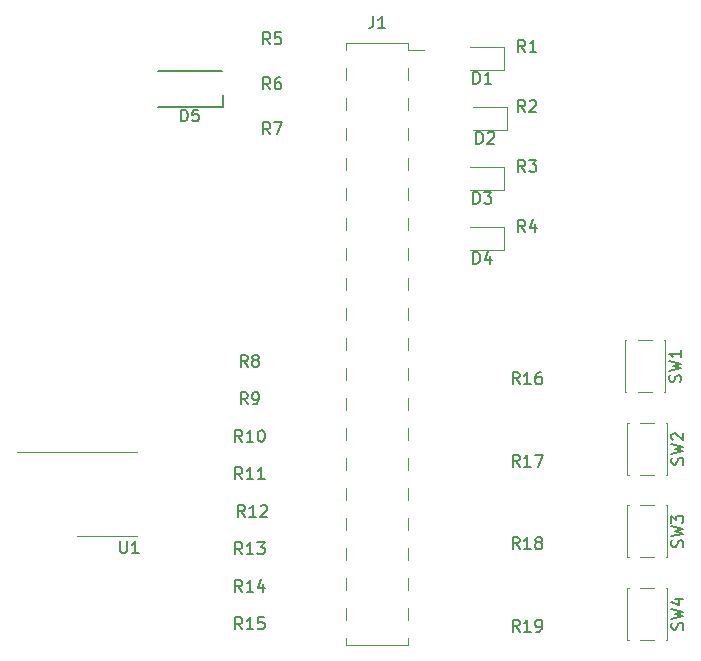
<source format=gbr>
%TF.GenerationSoftware,KiCad,Pcbnew,(5.1.9)-1*%
%TF.CreationDate,2021-01-13T23:08:58-08:00*%
%TF.ProjectId,lab-1,6c61622d-312e-46b6-9963-61645f706362,rev?*%
%TF.SameCoordinates,Original*%
%TF.FileFunction,Legend,Top*%
%TF.FilePolarity,Positive*%
%FSLAX46Y46*%
G04 Gerber Fmt 4.6, Leading zero omitted, Abs format (unit mm)*
G04 Created by KiCad (PCBNEW (5.1.9)-1) date 2021-01-13 23:08:58*
%MOMM*%
%LPD*%
G01*
G04 APERTURE LIST*
%ADD10C,0.120000*%
%ADD11C,0.150000*%
G04 APERTURE END LIST*
D10*
%TO.C,D1*%
X119970000Y-77780000D02*
X117110000Y-77780000D01*
X119970000Y-79700000D02*
X119970000Y-77780000D01*
X117110000Y-79700000D02*
X119970000Y-79700000D01*
%TO.C,D2*%
X117355000Y-84780000D02*
X120215000Y-84780000D01*
X120215000Y-84780000D02*
X120215000Y-82860000D01*
X120215000Y-82860000D02*
X117355000Y-82860000D01*
%TO.C,D3*%
X119970000Y-87940000D02*
X117110000Y-87940000D01*
X119970000Y-89860000D02*
X119970000Y-87940000D01*
X117110000Y-89860000D02*
X119970000Y-89860000D01*
%TO.C,D4*%
X117110000Y-94940000D02*
X119970000Y-94940000D01*
X119970000Y-94940000D02*
X119970000Y-93020000D01*
X119970000Y-93020000D02*
X117110000Y-93020000D01*
D11*
%TO.C,D5*%
X90645000Y-79780000D02*
X96045000Y-79780000D01*
X90645000Y-82780000D02*
X96145000Y-82780000D01*
X96145000Y-81780000D02*
X96145000Y-82780000D01*
D10*
%TO.C,J1*%
X106620000Y-77410000D02*
X111820000Y-77410000D01*
X111820000Y-77410000D02*
X111820000Y-77980000D01*
X111820000Y-79500000D02*
X111820000Y-80520000D01*
X111820000Y-82040000D02*
X111820000Y-83060000D01*
X111820000Y-84580000D02*
X111820000Y-85600000D01*
X111820000Y-87120000D02*
X111820000Y-88140000D01*
X111820000Y-89660000D02*
X111820000Y-90680000D01*
X111820000Y-92200000D02*
X111820000Y-93220000D01*
X111820000Y-94740000D02*
X111820000Y-95760000D01*
X111820000Y-97280000D02*
X111820000Y-98300000D01*
X111820000Y-99820000D02*
X111820000Y-100840000D01*
X111820000Y-102360000D02*
X111820000Y-103380000D01*
X111820000Y-104900000D02*
X111820000Y-105920000D01*
X111820000Y-107440000D02*
X111820000Y-108460000D01*
X111820000Y-109980000D02*
X111820000Y-111000000D01*
X111820000Y-112520000D02*
X111820000Y-113540000D01*
X111820000Y-115060000D02*
X111820000Y-116080000D01*
X111820000Y-117600000D02*
X111820000Y-118620000D01*
X111820000Y-120140000D02*
X111820000Y-121160000D01*
X111820000Y-122680000D02*
X111820000Y-123700000D01*
X111820000Y-125220000D02*
X111820000Y-126240000D01*
X111820000Y-127760000D02*
X111820000Y-128330000D01*
X106620000Y-128330000D02*
X111820000Y-128330000D01*
X106620000Y-77410000D02*
X106620000Y-77980000D01*
X106620000Y-79500000D02*
X106620000Y-80520000D01*
X106620000Y-82040000D02*
X106620000Y-83060000D01*
X106620000Y-84580000D02*
X106620000Y-85600000D01*
X106620000Y-87120000D02*
X106620000Y-88140000D01*
X106620000Y-89660000D02*
X106620000Y-90680000D01*
X106620000Y-92200000D02*
X106620000Y-93220000D01*
X106620000Y-94740000D02*
X106620000Y-95760000D01*
X106620000Y-97280000D02*
X106620000Y-98300000D01*
X106620000Y-99820000D02*
X106620000Y-100840000D01*
X106620000Y-102360000D02*
X106620000Y-103380000D01*
X106620000Y-104900000D02*
X106620000Y-105920000D01*
X106620000Y-107440000D02*
X106620000Y-108460000D01*
X106620000Y-109980000D02*
X106620000Y-111000000D01*
X106620000Y-112520000D02*
X106620000Y-113540000D01*
X106620000Y-115060000D02*
X106620000Y-116080000D01*
X106620000Y-117600000D02*
X106620000Y-118620000D01*
X106620000Y-120140000D02*
X106620000Y-121160000D01*
X106620000Y-122680000D02*
X106620000Y-123700000D01*
X106620000Y-125220000D02*
X106620000Y-126240000D01*
X106620000Y-127760000D02*
X106620000Y-128330000D01*
X111820000Y-77980000D02*
X113180000Y-77980000D01*
%TO.C,SW1*%
X133475001Y-106945001D02*
X133595001Y-106945001D01*
X131325001Y-106945001D02*
X132465001Y-106945001D01*
X130195001Y-106945001D02*
X130315001Y-106945001D01*
X130195001Y-102545001D02*
X130195001Y-106945001D01*
X130315001Y-102545001D02*
X130195001Y-102545001D01*
X132465001Y-102545001D02*
X131325001Y-102545001D01*
X133595001Y-102545001D02*
X133475001Y-102545001D01*
X133595001Y-106945001D02*
X133595001Y-102545001D01*
%TO.C,SW2*%
X133780000Y-113960000D02*
X133780000Y-109560000D01*
X133780000Y-109560000D02*
X133660000Y-109560000D01*
X132650000Y-109560000D02*
X131510000Y-109560000D01*
X130500000Y-109560000D02*
X130380000Y-109560000D01*
X130380000Y-109560000D02*
X130380000Y-113960000D01*
X130380000Y-113960000D02*
X130500000Y-113960000D01*
X131510000Y-113960000D02*
X132650000Y-113960000D01*
X133660000Y-113960000D02*
X133780000Y-113960000D01*
%TO.C,SW3*%
X133660000Y-120945000D02*
X133780000Y-120945000D01*
X131510000Y-120945000D02*
X132650000Y-120945000D01*
X130380000Y-120945000D02*
X130500000Y-120945000D01*
X130380000Y-116545000D02*
X130380000Y-120945000D01*
X130500000Y-116545000D02*
X130380000Y-116545000D01*
X132650000Y-116545000D02*
X131510000Y-116545000D01*
X133780000Y-116545000D02*
X133660000Y-116545000D01*
X133780000Y-120945000D02*
X133780000Y-116545000D01*
%TO.C,SW4*%
X133780000Y-127930000D02*
X133780000Y-123530000D01*
X133780000Y-123530000D02*
X133660000Y-123530000D01*
X132650000Y-123530000D02*
X131510000Y-123530000D01*
X130500000Y-123530000D02*
X130380000Y-123530000D01*
X130380000Y-123530000D02*
X130380000Y-127930000D01*
X130380000Y-127930000D02*
X130500000Y-127930000D01*
X131510000Y-127930000D02*
X132650000Y-127930000D01*
X133660000Y-127930000D02*
X133780000Y-127930000D01*
%TO.C,U1*%
X78760000Y-112000000D02*
X88880000Y-112000000D01*
X88880000Y-119140000D02*
X83820000Y-119140000D01*
%TO.C,D1*%
D11*
X117371904Y-80842380D02*
X117371904Y-79842380D01*
X117610000Y-79842380D01*
X117752857Y-79890000D01*
X117848095Y-79985238D01*
X117895714Y-80080476D01*
X117943333Y-80270952D01*
X117943333Y-80413809D01*
X117895714Y-80604285D01*
X117848095Y-80699523D01*
X117752857Y-80794761D01*
X117610000Y-80842380D01*
X117371904Y-80842380D01*
X118895714Y-80842380D02*
X118324285Y-80842380D01*
X118610000Y-80842380D02*
X118610000Y-79842380D01*
X118514761Y-79985238D01*
X118419523Y-80080476D01*
X118324285Y-80128095D01*
%TO.C,D2*%
X117616904Y-85922380D02*
X117616904Y-84922380D01*
X117855000Y-84922380D01*
X117997857Y-84970000D01*
X118093095Y-85065238D01*
X118140714Y-85160476D01*
X118188333Y-85350952D01*
X118188333Y-85493809D01*
X118140714Y-85684285D01*
X118093095Y-85779523D01*
X117997857Y-85874761D01*
X117855000Y-85922380D01*
X117616904Y-85922380D01*
X118569285Y-85017619D02*
X118616904Y-84970000D01*
X118712142Y-84922380D01*
X118950238Y-84922380D01*
X119045476Y-84970000D01*
X119093095Y-85017619D01*
X119140714Y-85112857D01*
X119140714Y-85208095D01*
X119093095Y-85350952D01*
X118521666Y-85922380D01*
X119140714Y-85922380D01*
%TO.C,D3*%
X117371904Y-91002380D02*
X117371904Y-90002380D01*
X117610000Y-90002380D01*
X117752857Y-90050000D01*
X117848095Y-90145238D01*
X117895714Y-90240476D01*
X117943333Y-90430952D01*
X117943333Y-90573809D01*
X117895714Y-90764285D01*
X117848095Y-90859523D01*
X117752857Y-90954761D01*
X117610000Y-91002380D01*
X117371904Y-91002380D01*
X118276666Y-90002380D02*
X118895714Y-90002380D01*
X118562380Y-90383333D01*
X118705238Y-90383333D01*
X118800476Y-90430952D01*
X118848095Y-90478571D01*
X118895714Y-90573809D01*
X118895714Y-90811904D01*
X118848095Y-90907142D01*
X118800476Y-90954761D01*
X118705238Y-91002380D01*
X118419523Y-91002380D01*
X118324285Y-90954761D01*
X118276666Y-90907142D01*
%TO.C,D4*%
X117371904Y-96082380D02*
X117371904Y-95082380D01*
X117610000Y-95082380D01*
X117752857Y-95130000D01*
X117848095Y-95225238D01*
X117895714Y-95320476D01*
X117943333Y-95510952D01*
X117943333Y-95653809D01*
X117895714Y-95844285D01*
X117848095Y-95939523D01*
X117752857Y-96034761D01*
X117610000Y-96082380D01*
X117371904Y-96082380D01*
X118800476Y-95415714D02*
X118800476Y-96082380D01*
X118562380Y-95034761D02*
X118324285Y-95749047D01*
X118943333Y-95749047D01*
%TO.C,D5*%
X92606904Y-84032380D02*
X92606904Y-83032380D01*
X92845000Y-83032380D01*
X92987857Y-83080000D01*
X93083095Y-83175238D01*
X93130714Y-83270476D01*
X93178333Y-83460952D01*
X93178333Y-83603809D01*
X93130714Y-83794285D01*
X93083095Y-83889523D01*
X92987857Y-83984761D01*
X92845000Y-84032380D01*
X92606904Y-84032380D01*
X94083095Y-83032380D02*
X93606904Y-83032380D01*
X93559285Y-83508571D01*
X93606904Y-83460952D01*
X93702142Y-83413333D01*
X93940238Y-83413333D01*
X94035476Y-83460952D01*
X94083095Y-83508571D01*
X94130714Y-83603809D01*
X94130714Y-83841904D01*
X94083095Y-83937142D01*
X94035476Y-83984761D01*
X93940238Y-84032380D01*
X93702142Y-84032380D01*
X93606904Y-83984761D01*
X93559285Y-83937142D01*
%TO.C,J1*%
X108886666Y-75127379D02*
X108886666Y-75841665D01*
X108839047Y-75984522D01*
X108743809Y-76079760D01*
X108600952Y-76127379D01*
X108505714Y-76127379D01*
X109886666Y-76127379D02*
X109315238Y-76127379D01*
X109600952Y-76127379D02*
X109600952Y-75127379D01*
X109505714Y-75270237D01*
X109410476Y-75365475D01*
X109315238Y-75413094D01*
%TO.C,R1*%
X121753333Y-78142380D02*
X121420000Y-77666190D01*
X121181904Y-78142380D02*
X121181904Y-77142380D01*
X121562857Y-77142380D01*
X121658095Y-77190000D01*
X121705714Y-77237619D01*
X121753333Y-77332857D01*
X121753333Y-77475714D01*
X121705714Y-77570952D01*
X121658095Y-77618571D01*
X121562857Y-77666190D01*
X121181904Y-77666190D01*
X122705714Y-78142380D02*
X122134285Y-78142380D01*
X122420000Y-78142380D02*
X122420000Y-77142380D01*
X122324761Y-77285238D01*
X122229523Y-77380476D01*
X122134285Y-77428095D01*
%TO.C,R2*%
X121753333Y-83222380D02*
X121420000Y-82746190D01*
X121181904Y-83222380D02*
X121181904Y-82222380D01*
X121562857Y-82222380D01*
X121658095Y-82270000D01*
X121705714Y-82317619D01*
X121753333Y-82412857D01*
X121753333Y-82555714D01*
X121705714Y-82650952D01*
X121658095Y-82698571D01*
X121562857Y-82746190D01*
X121181904Y-82746190D01*
X122134285Y-82317619D02*
X122181904Y-82270000D01*
X122277142Y-82222380D01*
X122515238Y-82222380D01*
X122610476Y-82270000D01*
X122658095Y-82317619D01*
X122705714Y-82412857D01*
X122705714Y-82508095D01*
X122658095Y-82650952D01*
X122086666Y-83222380D01*
X122705714Y-83222380D01*
%TO.C,R3*%
X121753333Y-88302380D02*
X121420000Y-87826190D01*
X121181904Y-88302380D02*
X121181904Y-87302380D01*
X121562857Y-87302380D01*
X121658095Y-87350000D01*
X121705714Y-87397619D01*
X121753333Y-87492857D01*
X121753333Y-87635714D01*
X121705714Y-87730952D01*
X121658095Y-87778571D01*
X121562857Y-87826190D01*
X121181904Y-87826190D01*
X122086666Y-87302380D02*
X122705714Y-87302380D01*
X122372380Y-87683333D01*
X122515238Y-87683333D01*
X122610476Y-87730952D01*
X122658095Y-87778571D01*
X122705714Y-87873809D01*
X122705714Y-88111904D01*
X122658095Y-88207142D01*
X122610476Y-88254761D01*
X122515238Y-88302380D01*
X122229523Y-88302380D01*
X122134285Y-88254761D01*
X122086666Y-88207142D01*
%TO.C,R4*%
X121753333Y-93382380D02*
X121420000Y-92906190D01*
X121181904Y-93382380D02*
X121181904Y-92382380D01*
X121562857Y-92382380D01*
X121658095Y-92430000D01*
X121705714Y-92477619D01*
X121753333Y-92572857D01*
X121753333Y-92715714D01*
X121705714Y-92810952D01*
X121658095Y-92858571D01*
X121562857Y-92906190D01*
X121181904Y-92906190D01*
X122610476Y-92715714D02*
X122610476Y-93382380D01*
X122372380Y-92334761D02*
X122134285Y-93049047D01*
X122753333Y-93049047D01*
%TO.C,R5*%
X100163333Y-77507380D02*
X99830000Y-77031190D01*
X99591904Y-77507380D02*
X99591904Y-76507380D01*
X99972857Y-76507380D01*
X100068095Y-76555000D01*
X100115714Y-76602619D01*
X100163333Y-76697857D01*
X100163333Y-76840714D01*
X100115714Y-76935952D01*
X100068095Y-76983571D01*
X99972857Y-77031190D01*
X99591904Y-77031190D01*
X101068095Y-76507380D02*
X100591904Y-76507380D01*
X100544285Y-76983571D01*
X100591904Y-76935952D01*
X100687142Y-76888333D01*
X100925238Y-76888333D01*
X101020476Y-76935952D01*
X101068095Y-76983571D01*
X101115714Y-77078809D01*
X101115714Y-77316904D01*
X101068095Y-77412142D01*
X101020476Y-77459761D01*
X100925238Y-77507380D01*
X100687142Y-77507380D01*
X100591904Y-77459761D01*
X100544285Y-77412142D01*
%TO.C,R6*%
X100163333Y-81317380D02*
X99830000Y-80841190D01*
X99591904Y-81317380D02*
X99591904Y-80317380D01*
X99972857Y-80317380D01*
X100068095Y-80365000D01*
X100115714Y-80412619D01*
X100163333Y-80507857D01*
X100163333Y-80650714D01*
X100115714Y-80745952D01*
X100068095Y-80793571D01*
X99972857Y-80841190D01*
X99591904Y-80841190D01*
X101020476Y-80317380D02*
X100830000Y-80317380D01*
X100734761Y-80365000D01*
X100687142Y-80412619D01*
X100591904Y-80555476D01*
X100544285Y-80745952D01*
X100544285Y-81126904D01*
X100591904Y-81222142D01*
X100639523Y-81269761D01*
X100734761Y-81317380D01*
X100925238Y-81317380D01*
X101020476Y-81269761D01*
X101068095Y-81222142D01*
X101115714Y-81126904D01*
X101115714Y-80888809D01*
X101068095Y-80793571D01*
X101020476Y-80745952D01*
X100925238Y-80698333D01*
X100734761Y-80698333D01*
X100639523Y-80745952D01*
X100591904Y-80793571D01*
X100544285Y-80888809D01*
%TO.C,R7*%
X100163333Y-85127380D02*
X99830000Y-84651190D01*
X99591904Y-85127380D02*
X99591904Y-84127380D01*
X99972857Y-84127380D01*
X100068095Y-84175000D01*
X100115714Y-84222619D01*
X100163333Y-84317857D01*
X100163333Y-84460714D01*
X100115714Y-84555952D01*
X100068095Y-84603571D01*
X99972857Y-84651190D01*
X99591904Y-84651190D01*
X100496666Y-84127380D02*
X101163333Y-84127380D01*
X100734761Y-85127380D01*
%TO.C,R8*%
X98258333Y-104812380D02*
X97925000Y-104336190D01*
X97686904Y-104812380D02*
X97686904Y-103812380D01*
X98067857Y-103812380D01*
X98163095Y-103860000D01*
X98210714Y-103907619D01*
X98258333Y-104002857D01*
X98258333Y-104145714D01*
X98210714Y-104240952D01*
X98163095Y-104288571D01*
X98067857Y-104336190D01*
X97686904Y-104336190D01*
X98829761Y-104240952D02*
X98734523Y-104193333D01*
X98686904Y-104145714D01*
X98639285Y-104050476D01*
X98639285Y-104002857D01*
X98686904Y-103907619D01*
X98734523Y-103860000D01*
X98829761Y-103812380D01*
X99020238Y-103812380D01*
X99115476Y-103860000D01*
X99163095Y-103907619D01*
X99210714Y-104002857D01*
X99210714Y-104050476D01*
X99163095Y-104145714D01*
X99115476Y-104193333D01*
X99020238Y-104240952D01*
X98829761Y-104240952D01*
X98734523Y-104288571D01*
X98686904Y-104336190D01*
X98639285Y-104431428D01*
X98639285Y-104621904D01*
X98686904Y-104717142D01*
X98734523Y-104764761D01*
X98829761Y-104812380D01*
X99020238Y-104812380D01*
X99115476Y-104764761D01*
X99163095Y-104717142D01*
X99210714Y-104621904D01*
X99210714Y-104431428D01*
X99163095Y-104336190D01*
X99115476Y-104288571D01*
X99020238Y-104240952D01*
%TO.C,R9*%
X98258333Y-107987380D02*
X97925000Y-107511190D01*
X97686904Y-107987380D02*
X97686904Y-106987380D01*
X98067857Y-106987380D01*
X98163095Y-107035000D01*
X98210714Y-107082619D01*
X98258333Y-107177857D01*
X98258333Y-107320714D01*
X98210714Y-107415952D01*
X98163095Y-107463571D01*
X98067857Y-107511190D01*
X97686904Y-107511190D01*
X98734523Y-107987380D02*
X98925000Y-107987380D01*
X99020238Y-107939761D01*
X99067857Y-107892142D01*
X99163095Y-107749285D01*
X99210714Y-107558809D01*
X99210714Y-107177857D01*
X99163095Y-107082619D01*
X99115476Y-107035000D01*
X99020238Y-106987380D01*
X98829761Y-106987380D01*
X98734523Y-107035000D01*
X98686904Y-107082619D01*
X98639285Y-107177857D01*
X98639285Y-107415952D01*
X98686904Y-107511190D01*
X98734523Y-107558809D01*
X98829761Y-107606428D01*
X99020238Y-107606428D01*
X99115476Y-107558809D01*
X99163095Y-107511190D01*
X99210714Y-107415952D01*
%TO.C,R10*%
X97782142Y-111162380D02*
X97448809Y-110686190D01*
X97210714Y-111162380D02*
X97210714Y-110162380D01*
X97591666Y-110162380D01*
X97686904Y-110210000D01*
X97734523Y-110257619D01*
X97782142Y-110352857D01*
X97782142Y-110495714D01*
X97734523Y-110590952D01*
X97686904Y-110638571D01*
X97591666Y-110686190D01*
X97210714Y-110686190D01*
X98734523Y-111162380D02*
X98163095Y-111162380D01*
X98448809Y-111162380D02*
X98448809Y-110162380D01*
X98353571Y-110305238D01*
X98258333Y-110400476D01*
X98163095Y-110448095D01*
X99353571Y-110162380D02*
X99448809Y-110162380D01*
X99544047Y-110210000D01*
X99591666Y-110257619D01*
X99639285Y-110352857D01*
X99686904Y-110543333D01*
X99686904Y-110781428D01*
X99639285Y-110971904D01*
X99591666Y-111067142D01*
X99544047Y-111114761D01*
X99448809Y-111162380D01*
X99353571Y-111162380D01*
X99258333Y-111114761D01*
X99210714Y-111067142D01*
X99163095Y-110971904D01*
X99115476Y-110781428D01*
X99115476Y-110543333D01*
X99163095Y-110352857D01*
X99210714Y-110257619D01*
X99258333Y-110210000D01*
X99353571Y-110162380D01*
%TO.C,R11*%
X97782142Y-114337380D02*
X97448809Y-113861190D01*
X97210714Y-114337380D02*
X97210714Y-113337380D01*
X97591666Y-113337380D01*
X97686904Y-113385000D01*
X97734523Y-113432619D01*
X97782142Y-113527857D01*
X97782142Y-113670714D01*
X97734523Y-113765952D01*
X97686904Y-113813571D01*
X97591666Y-113861190D01*
X97210714Y-113861190D01*
X98734523Y-114337380D02*
X98163095Y-114337380D01*
X98448809Y-114337380D02*
X98448809Y-113337380D01*
X98353571Y-113480238D01*
X98258333Y-113575476D01*
X98163095Y-113623095D01*
X99686904Y-114337380D02*
X99115476Y-114337380D01*
X99401190Y-114337380D02*
X99401190Y-113337380D01*
X99305952Y-113480238D01*
X99210714Y-113575476D01*
X99115476Y-113623095D01*
%TO.C,R12*%
X98009642Y-117512380D02*
X97676309Y-117036190D01*
X97438214Y-117512380D02*
X97438214Y-116512380D01*
X97819166Y-116512380D01*
X97914404Y-116560000D01*
X97962023Y-116607619D01*
X98009642Y-116702857D01*
X98009642Y-116845714D01*
X97962023Y-116940952D01*
X97914404Y-116988571D01*
X97819166Y-117036190D01*
X97438214Y-117036190D01*
X98962023Y-117512380D02*
X98390595Y-117512380D01*
X98676309Y-117512380D02*
X98676309Y-116512380D01*
X98581071Y-116655238D01*
X98485833Y-116750476D01*
X98390595Y-116798095D01*
X99342976Y-116607619D02*
X99390595Y-116560000D01*
X99485833Y-116512380D01*
X99723928Y-116512380D01*
X99819166Y-116560000D01*
X99866785Y-116607619D01*
X99914404Y-116702857D01*
X99914404Y-116798095D01*
X99866785Y-116940952D01*
X99295357Y-117512380D01*
X99914404Y-117512380D01*
%TO.C,R13*%
X97782142Y-120687380D02*
X97448809Y-120211190D01*
X97210714Y-120687380D02*
X97210714Y-119687380D01*
X97591666Y-119687380D01*
X97686904Y-119735000D01*
X97734523Y-119782619D01*
X97782142Y-119877857D01*
X97782142Y-120020714D01*
X97734523Y-120115952D01*
X97686904Y-120163571D01*
X97591666Y-120211190D01*
X97210714Y-120211190D01*
X98734523Y-120687380D02*
X98163095Y-120687380D01*
X98448809Y-120687380D02*
X98448809Y-119687380D01*
X98353571Y-119830238D01*
X98258333Y-119925476D01*
X98163095Y-119973095D01*
X99067857Y-119687380D02*
X99686904Y-119687380D01*
X99353571Y-120068333D01*
X99496428Y-120068333D01*
X99591666Y-120115952D01*
X99639285Y-120163571D01*
X99686904Y-120258809D01*
X99686904Y-120496904D01*
X99639285Y-120592142D01*
X99591666Y-120639761D01*
X99496428Y-120687380D01*
X99210714Y-120687380D01*
X99115476Y-120639761D01*
X99067857Y-120592142D01*
%TO.C,R14*%
X97782142Y-123862380D02*
X97448809Y-123386190D01*
X97210714Y-123862380D02*
X97210714Y-122862380D01*
X97591666Y-122862380D01*
X97686904Y-122910000D01*
X97734523Y-122957619D01*
X97782142Y-123052857D01*
X97782142Y-123195714D01*
X97734523Y-123290952D01*
X97686904Y-123338571D01*
X97591666Y-123386190D01*
X97210714Y-123386190D01*
X98734523Y-123862380D02*
X98163095Y-123862380D01*
X98448809Y-123862380D02*
X98448809Y-122862380D01*
X98353571Y-123005238D01*
X98258333Y-123100476D01*
X98163095Y-123148095D01*
X99591666Y-123195714D02*
X99591666Y-123862380D01*
X99353571Y-122814761D02*
X99115476Y-123529047D01*
X99734523Y-123529047D01*
%TO.C,R15*%
X97782142Y-127037380D02*
X97448809Y-126561190D01*
X97210714Y-127037380D02*
X97210714Y-126037380D01*
X97591666Y-126037380D01*
X97686904Y-126085000D01*
X97734523Y-126132619D01*
X97782142Y-126227857D01*
X97782142Y-126370714D01*
X97734523Y-126465952D01*
X97686904Y-126513571D01*
X97591666Y-126561190D01*
X97210714Y-126561190D01*
X98734523Y-127037380D02*
X98163095Y-127037380D01*
X98448809Y-127037380D02*
X98448809Y-126037380D01*
X98353571Y-126180238D01*
X98258333Y-126275476D01*
X98163095Y-126323095D01*
X99639285Y-126037380D02*
X99163095Y-126037380D01*
X99115476Y-126513571D01*
X99163095Y-126465952D01*
X99258333Y-126418333D01*
X99496428Y-126418333D01*
X99591666Y-126465952D01*
X99639285Y-126513571D01*
X99686904Y-126608809D01*
X99686904Y-126846904D01*
X99639285Y-126942142D01*
X99591666Y-126989761D01*
X99496428Y-127037380D01*
X99258333Y-127037380D01*
X99163095Y-126989761D01*
X99115476Y-126942142D01*
%TO.C,R16*%
X121277142Y-106277380D02*
X120943809Y-105801190D01*
X120705714Y-106277380D02*
X120705714Y-105277380D01*
X121086666Y-105277380D01*
X121181904Y-105325000D01*
X121229523Y-105372619D01*
X121277142Y-105467857D01*
X121277142Y-105610714D01*
X121229523Y-105705952D01*
X121181904Y-105753571D01*
X121086666Y-105801190D01*
X120705714Y-105801190D01*
X122229523Y-106277380D02*
X121658095Y-106277380D01*
X121943809Y-106277380D02*
X121943809Y-105277380D01*
X121848571Y-105420238D01*
X121753333Y-105515476D01*
X121658095Y-105563095D01*
X123086666Y-105277380D02*
X122896190Y-105277380D01*
X122800952Y-105325000D01*
X122753333Y-105372619D01*
X122658095Y-105515476D01*
X122610476Y-105705952D01*
X122610476Y-106086904D01*
X122658095Y-106182142D01*
X122705714Y-106229761D01*
X122800952Y-106277380D01*
X122991428Y-106277380D01*
X123086666Y-106229761D01*
X123134285Y-106182142D01*
X123181904Y-106086904D01*
X123181904Y-105848809D01*
X123134285Y-105753571D01*
X123086666Y-105705952D01*
X122991428Y-105658333D01*
X122800952Y-105658333D01*
X122705714Y-105705952D01*
X122658095Y-105753571D01*
X122610476Y-105848809D01*
%TO.C,R17*%
X121277142Y-113262380D02*
X120943809Y-112786190D01*
X120705714Y-113262380D02*
X120705714Y-112262380D01*
X121086666Y-112262380D01*
X121181904Y-112310000D01*
X121229523Y-112357619D01*
X121277142Y-112452857D01*
X121277142Y-112595714D01*
X121229523Y-112690952D01*
X121181904Y-112738571D01*
X121086666Y-112786190D01*
X120705714Y-112786190D01*
X122229523Y-113262380D02*
X121658095Y-113262380D01*
X121943809Y-113262380D02*
X121943809Y-112262380D01*
X121848571Y-112405238D01*
X121753333Y-112500476D01*
X121658095Y-112548095D01*
X122562857Y-112262380D02*
X123229523Y-112262380D01*
X122800952Y-113262380D01*
%TO.C,R18*%
X121277142Y-120247380D02*
X120943809Y-119771190D01*
X120705714Y-120247380D02*
X120705714Y-119247380D01*
X121086666Y-119247380D01*
X121181904Y-119295000D01*
X121229523Y-119342619D01*
X121277142Y-119437857D01*
X121277142Y-119580714D01*
X121229523Y-119675952D01*
X121181904Y-119723571D01*
X121086666Y-119771190D01*
X120705714Y-119771190D01*
X122229523Y-120247380D02*
X121658095Y-120247380D01*
X121943809Y-120247380D02*
X121943809Y-119247380D01*
X121848571Y-119390238D01*
X121753333Y-119485476D01*
X121658095Y-119533095D01*
X122800952Y-119675952D02*
X122705714Y-119628333D01*
X122658095Y-119580714D01*
X122610476Y-119485476D01*
X122610476Y-119437857D01*
X122658095Y-119342619D01*
X122705714Y-119295000D01*
X122800952Y-119247380D01*
X122991428Y-119247380D01*
X123086666Y-119295000D01*
X123134285Y-119342619D01*
X123181904Y-119437857D01*
X123181904Y-119485476D01*
X123134285Y-119580714D01*
X123086666Y-119628333D01*
X122991428Y-119675952D01*
X122800952Y-119675952D01*
X122705714Y-119723571D01*
X122658095Y-119771190D01*
X122610476Y-119866428D01*
X122610476Y-120056904D01*
X122658095Y-120152142D01*
X122705714Y-120199761D01*
X122800952Y-120247380D01*
X122991428Y-120247380D01*
X123086666Y-120199761D01*
X123134285Y-120152142D01*
X123181904Y-120056904D01*
X123181904Y-119866428D01*
X123134285Y-119771190D01*
X123086666Y-119723571D01*
X122991428Y-119675952D01*
%TO.C,R19*%
X121277142Y-127232380D02*
X120943809Y-126756190D01*
X120705714Y-127232380D02*
X120705714Y-126232380D01*
X121086666Y-126232380D01*
X121181904Y-126280000D01*
X121229523Y-126327619D01*
X121277142Y-126422857D01*
X121277142Y-126565714D01*
X121229523Y-126660952D01*
X121181904Y-126708571D01*
X121086666Y-126756190D01*
X120705714Y-126756190D01*
X122229523Y-127232380D02*
X121658095Y-127232380D01*
X121943809Y-127232380D02*
X121943809Y-126232380D01*
X121848571Y-126375238D01*
X121753333Y-126470476D01*
X121658095Y-126518095D01*
X122705714Y-127232380D02*
X122896190Y-127232380D01*
X122991428Y-127184761D01*
X123039047Y-127137142D01*
X123134285Y-126994285D01*
X123181904Y-126803809D01*
X123181904Y-126422857D01*
X123134285Y-126327619D01*
X123086666Y-126280000D01*
X122991428Y-126232380D01*
X122800952Y-126232380D01*
X122705714Y-126280000D01*
X122658095Y-126327619D01*
X122610476Y-126422857D01*
X122610476Y-126660952D01*
X122658095Y-126756190D01*
X122705714Y-126803809D01*
X122800952Y-126851428D01*
X122991428Y-126851428D01*
X123086666Y-126803809D01*
X123134285Y-126756190D01*
X123181904Y-126660952D01*
%TO.C,SW1*%
X134899762Y-106078334D02*
X134947381Y-105935477D01*
X134947381Y-105697381D01*
X134899762Y-105602143D01*
X134852143Y-105554524D01*
X134756905Y-105506905D01*
X134661667Y-105506905D01*
X134566429Y-105554524D01*
X134518810Y-105602143D01*
X134471191Y-105697381D01*
X134423572Y-105887858D01*
X134375953Y-105983096D01*
X134328334Y-106030715D01*
X134233096Y-106078334D01*
X134137858Y-106078334D01*
X134042620Y-106030715D01*
X133995001Y-105983096D01*
X133947381Y-105887858D01*
X133947381Y-105649762D01*
X133995001Y-105506905D01*
X133947381Y-105173572D02*
X134947381Y-104935477D01*
X134233096Y-104745001D01*
X134947381Y-104554524D01*
X133947381Y-104316429D01*
X134947381Y-103411667D02*
X134947381Y-103983096D01*
X134947381Y-103697381D02*
X133947381Y-103697381D01*
X134090239Y-103792620D01*
X134185477Y-103887858D01*
X134233096Y-103983096D01*
%TO.C,SW2*%
X135084761Y-113093333D02*
X135132380Y-112950476D01*
X135132380Y-112712380D01*
X135084761Y-112617142D01*
X135037142Y-112569523D01*
X134941904Y-112521904D01*
X134846666Y-112521904D01*
X134751428Y-112569523D01*
X134703809Y-112617142D01*
X134656190Y-112712380D01*
X134608571Y-112902857D01*
X134560952Y-112998095D01*
X134513333Y-113045714D01*
X134418095Y-113093333D01*
X134322857Y-113093333D01*
X134227619Y-113045714D01*
X134180000Y-112998095D01*
X134132380Y-112902857D01*
X134132380Y-112664761D01*
X134180000Y-112521904D01*
X134132380Y-112188571D02*
X135132380Y-111950476D01*
X134418095Y-111760000D01*
X135132380Y-111569523D01*
X134132380Y-111331428D01*
X134227619Y-110998095D02*
X134180000Y-110950476D01*
X134132380Y-110855238D01*
X134132380Y-110617142D01*
X134180000Y-110521904D01*
X134227619Y-110474285D01*
X134322857Y-110426666D01*
X134418095Y-110426666D01*
X134560952Y-110474285D01*
X135132380Y-111045714D01*
X135132380Y-110426666D01*
%TO.C,SW3*%
X135084761Y-120078333D02*
X135132380Y-119935476D01*
X135132380Y-119697380D01*
X135084761Y-119602142D01*
X135037142Y-119554523D01*
X134941904Y-119506904D01*
X134846666Y-119506904D01*
X134751428Y-119554523D01*
X134703809Y-119602142D01*
X134656190Y-119697380D01*
X134608571Y-119887857D01*
X134560952Y-119983095D01*
X134513333Y-120030714D01*
X134418095Y-120078333D01*
X134322857Y-120078333D01*
X134227619Y-120030714D01*
X134180000Y-119983095D01*
X134132380Y-119887857D01*
X134132380Y-119649761D01*
X134180000Y-119506904D01*
X134132380Y-119173571D02*
X135132380Y-118935476D01*
X134418095Y-118745000D01*
X135132380Y-118554523D01*
X134132380Y-118316428D01*
X134132380Y-118030714D02*
X134132380Y-117411666D01*
X134513333Y-117745000D01*
X134513333Y-117602142D01*
X134560952Y-117506904D01*
X134608571Y-117459285D01*
X134703809Y-117411666D01*
X134941904Y-117411666D01*
X135037142Y-117459285D01*
X135084761Y-117506904D01*
X135132380Y-117602142D01*
X135132380Y-117887857D01*
X135084761Y-117983095D01*
X135037142Y-118030714D01*
%TO.C,SW4*%
X135084761Y-127063333D02*
X135132380Y-126920476D01*
X135132380Y-126682380D01*
X135084761Y-126587142D01*
X135037142Y-126539523D01*
X134941904Y-126491904D01*
X134846666Y-126491904D01*
X134751428Y-126539523D01*
X134703809Y-126587142D01*
X134656190Y-126682380D01*
X134608571Y-126872857D01*
X134560952Y-126968095D01*
X134513333Y-127015714D01*
X134418095Y-127063333D01*
X134322857Y-127063333D01*
X134227619Y-127015714D01*
X134180000Y-126968095D01*
X134132380Y-126872857D01*
X134132380Y-126634761D01*
X134180000Y-126491904D01*
X134132380Y-126158571D02*
X135132380Y-125920476D01*
X134418095Y-125730000D01*
X135132380Y-125539523D01*
X134132380Y-125301428D01*
X134465714Y-124491904D02*
X135132380Y-124491904D01*
X134084761Y-124730000D02*
X134799047Y-124968095D01*
X134799047Y-124349047D01*
%TO.C,U1*%
X87448095Y-119582380D02*
X87448095Y-120391904D01*
X87495714Y-120487142D01*
X87543333Y-120534761D01*
X87638571Y-120582380D01*
X87829047Y-120582380D01*
X87924285Y-120534761D01*
X87971904Y-120487142D01*
X88019523Y-120391904D01*
X88019523Y-119582380D01*
X89019523Y-120582380D02*
X88448095Y-120582380D01*
X88733809Y-120582380D02*
X88733809Y-119582380D01*
X88638571Y-119725238D01*
X88543333Y-119820476D01*
X88448095Y-119868095D01*
%TD*%
M02*

</source>
